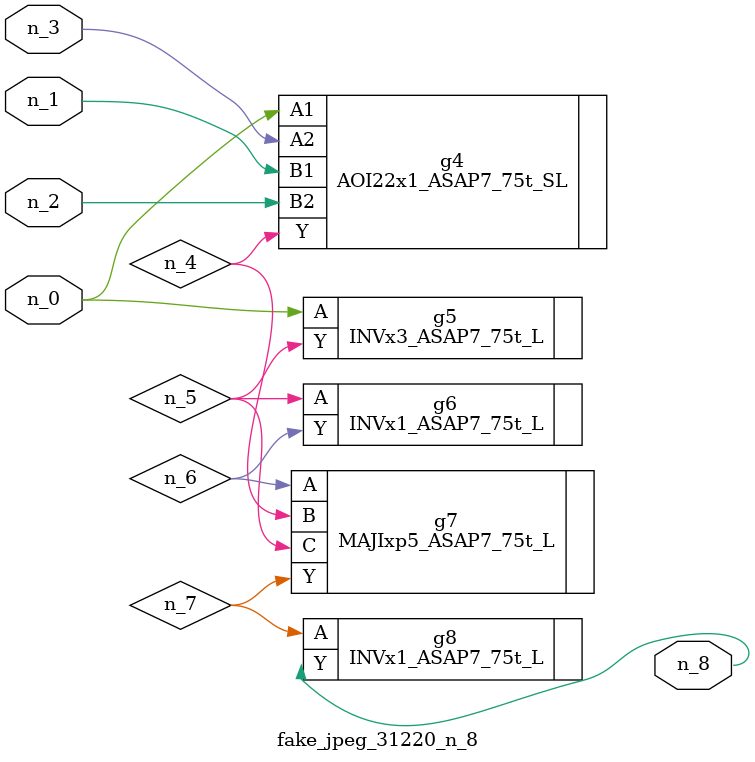
<source format=v>
module fake_jpeg_31220_n_8 (n_0, n_3, n_2, n_1, n_8);

input n_0;
input n_3;
input n_2;
input n_1;

output n_8;

wire n_4;
wire n_6;
wire n_5;
wire n_7;

AOI22x1_ASAP7_75t_SL g4 ( 
.A1(n_0),
.A2(n_3),
.B1(n_1),
.B2(n_2),
.Y(n_4)
);

INVx3_ASAP7_75t_L g5 ( 
.A(n_0),
.Y(n_5)
);

INVx1_ASAP7_75t_L g6 ( 
.A(n_5),
.Y(n_6)
);

MAJIxp5_ASAP7_75t_L g7 ( 
.A(n_6),
.B(n_4),
.C(n_5),
.Y(n_7)
);

INVx1_ASAP7_75t_L g8 ( 
.A(n_7),
.Y(n_8)
);


endmodule
</source>
